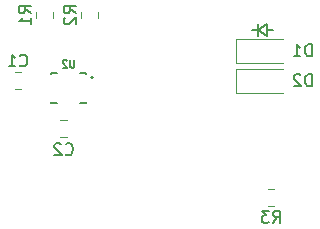
<source format=gbr>
%TF.GenerationSoftware,KiCad,Pcbnew,7.0.10*%
%TF.CreationDate,2024-01-21T01:18:24-08:00*%
%TF.ProjectId,caribou_slime,63617269-626f-4755-9f73-6c696d652e6b,rev?*%
%TF.SameCoordinates,Original*%
%TF.FileFunction,Legend,Bot*%
%TF.FilePolarity,Positive*%
%FSLAX46Y46*%
G04 Gerber Fmt 4.6, Leading zero omitted, Abs format (unit mm)*
G04 Created by KiCad (PCBNEW 7.0.10) date 2024-01-21 01:18:24*
%MOMM*%
%LPD*%
G01*
G04 APERTURE LIST*
%ADD10C,0.150000*%
%ADD11C,0.127000*%
%ADD12C,0.120000*%
G04 APERTURE END LIST*
D10*
X59944000Y-30226000D02*
X59944000Y-30734000D01*
X60706000Y-30226000D02*
X59944000Y-30734000D01*
X60706000Y-30734000D02*
X61214000Y-30734000D01*
X59944000Y-30734000D02*
X60706000Y-31242000D01*
X59944000Y-30734000D02*
X59436000Y-30734000D01*
X60706000Y-31242000D02*
X60706000Y-30226000D01*
X59944000Y-31242000D02*
X59944000Y-30734000D01*
X59944000Y-30734000D02*
X59944000Y-30226000D01*
X44418119Y-33291876D02*
X44418119Y-33809971D01*
X44418119Y-33809971D02*
X44387642Y-33870923D01*
X44387642Y-33870923D02*
X44357166Y-33901400D01*
X44357166Y-33901400D02*
X44296214Y-33931876D01*
X44296214Y-33931876D02*
X44174309Y-33931876D01*
X44174309Y-33931876D02*
X44113357Y-33901400D01*
X44113357Y-33901400D02*
X44082880Y-33870923D01*
X44082880Y-33870923D02*
X44052404Y-33809971D01*
X44052404Y-33809971D02*
X44052404Y-33291876D01*
X43778119Y-33352828D02*
X43747643Y-33322352D01*
X43747643Y-33322352D02*
X43686690Y-33291876D01*
X43686690Y-33291876D02*
X43534309Y-33291876D01*
X43534309Y-33291876D02*
X43473357Y-33322352D01*
X43473357Y-33322352D02*
X43442881Y-33352828D01*
X43442881Y-33352828D02*
X43412404Y-33413780D01*
X43412404Y-33413780D02*
X43412404Y-33474733D01*
X43412404Y-33474733D02*
X43442881Y-33566161D01*
X43442881Y-33566161D02*
X43808595Y-33931876D01*
X43808595Y-33931876D02*
X43412404Y-33931876D01*
X39790666Y-33731580D02*
X39838285Y-33779200D01*
X39838285Y-33779200D02*
X39981142Y-33826819D01*
X39981142Y-33826819D02*
X40076380Y-33826819D01*
X40076380Y-33826819D02*
X40219237Y-33779200D01*
X40219237Y-33779200D02*
X40314475Y-33683961D01*
X40314475Y-33683961D02*
X40362094Y-33588723D01*
X40362094Y-33588723D02*
X40409713Y-33398247D01*
X40409713Y-33398247D02*
X40409713Y-33255390D01*
X40409713Y-33255390D02*
X40362094Y-33064914D01*
X40362094Y-33064914D02*
X40314475Y-32969676D01*
X40314475Y-32969676D02*
X40219237Y-32874438D01*
X40219237Y-32874438D02*
X40076380Y-32826819D01*
X40076380Y-32826819D02*
X39981142Y-32826819D01*
X39981142Y-32826819D02*
X39838285Y-32874438D01*
X39838285Y-32874438D02*
X39790666Y-32922057D01*
X38838285Y-33826819D02*
X39409713Y-33826819D01*
X39123999Y-33826819D02*
X39123999Y-32826819D01*
X39123999Y-32826819D02*
X39219237Y-32969676D01*
X39219237Y-32969676D02*
X39314475Y-33064914D01*
X39314475Y-33064914D02*
X39409713Y-33112533D01*
X64492094Y-32966819D02*
X64492094Y-31966819D01*
X64492094Y-31966819D02*
X64253999Y-31966819D01*
X64253999Y-31966819D02*
X64111142Y-32014438D01*
X64111142Y-32014438D02*
X64015904Y-32109676D01*
X64015904Y-32109676D02*
X63968285Y-32204914D01*
X63968285Y-32204914D02*
X63920666Y-32395390D01*
X63920666Y-32395390D02*
X63920666Y-32538247D01*
X63920666Y-32538247D02*
X63968285Y-32728723D01*
X63968285Y-32728723D02*
X64015904Y-32823961D01*
X64015904Y-32823961D02*
X64111142Y-32919200D01*
X64111142Y-32919200D02*
X64253999Y-32966819D01*
X64253999Y-32966819D02*
X64492094Y-32966819D01*
X62968285Y-32966819D02*
X63539713Y-32966819D01*
X63253999Y-32966819D02*
X63253999Y-31966819D01*
X63253999Y-31966819D02*
X63349237Y-32109676D01*
X63349237Y-32109676D02*
X63444475Y-32204914D01*
X63444475Y-32204914D02*
X63539713Y-32252533D01*
X40713819Y-29318703D02*
X40237628Y-28985370D01*
X40713819Y-28747275D02*
X39713819Y-28747275D01*
X39713819Y-28747275D02*
X39713819Y-29128227D01*
X39713819Y-29128227D02*
X39761438Y-29223465D01*
X39761438Y-29223465D02*
X39809057Y-29271084D01*
X39809057Y-29271084D02*
X39904295Y-29318703D01*
X39904295Y-29318703D02*
X40047152Y-29318703D01*
X40047152Y-29318703D02*
X40142390Y-29271084D01*
X40142390Y-29271084D02*
X40190009Y-29223465D01*
X40190009Y-29223465D02*
X40237628Y-29128227D01*
X40237628Y-29128227D02*
X40237628Y-28747275D01*
X40713819Y-30271084D02*
X40713819Y-29699656D01*
X40713819Y-29985370D02*
X39713819Y-29985370D01*
X39713819Y-29985370D02*
X39856676Y-29890132D01*
X39856676Y-29890132D02*
X39951914Y-29794894D01*
X39951914Y-29794894D02*
X39999533Y-29699656D01*
X44524819Y-29320833D02*
X44048628Y-28987500D01*
X44524819Y-28749405D02*
X43524819Y-28749405D01*
X43524819Y-28749405D02*
X43524819Y-29130357D01*
X43524819Y-29130357D02*
X43572438Y-29225595D01*
X43572438Y-29225595D02*
X43620057Y-29273214D01*
X43620057Y-29273214D02*
X43715295Y-29320833D01*
X43715295Y-29320833D02*
X43858152Y-29320833D01*
X43858152Y-29320833D02*
X43953390Y-29273214D01*
X43953390Y-29273214D02*
X44001009Y-29225595D01*
X44001009Y-29225595D02*
X44048628Y-29130357D01*
X44048628Y-29130357D02*
X44048628Y-28749405D01*
X43620057Y-29701786D02*
X43572438Y-29749405D01*
X43572438Y-29749405D02*
X43524819Y-29844643D01*
X43524819Y-29844643D02*
X43524819Y-30082738D01*
X43524819Y-30082738D02*
X43572438Y-30177976D01*
X43572438Y-30177976D02*
X43620057Y-30225595D01*
X43620057Y-30225595D02*
X43715295Y-30273214D01*
X43715295Y-30273214D02*
X43810533Y-30273214D01*
X43810533Y-30273214D02*
X43953390Y-30225595D01*
X43953390Y-30225595D02*
X44524819Y-29654167D01*
X44524819Y-29654167D02*
X44524819Y-30273214D01*
X64492094Y-35506819D02*
X64492094Y-34506819D01*
X64492094Y-34506819D02*
X64253999Y-34506819D01*
X64253999Y-34506819D02*
X64111142Y-34554438D01*
X64111142Y-34554438D02*
X64015904Y-34649676D01*
X64015904Y-34649676D02*
X63968285Y-34744914D01*
X63968285Y-34744914D02*
X63920666Y-34935390D01*
X63920666Y-34935390D02*
X63920666Y-35078247D01*
X63920666Y-35078247D02*
X63968285Y-35268723D01*
X63968285Y-35268723D02*
X64015904Y-35363961D01*
X64015904Y-35363961D02*
X64111142Y-35459200D01*
X64111142Y-35459200D02*
X64253999Y-35506819D01*
X64253999Y-35506819D02*
X64492094Y-35506819D01*
X63539713Y-34602057D02*
X63492094Y-34554438D01*
X63492094Y-34554438D02*
X63396856Y-34506819D01*
X63396856Y-34506819D02*
X63158761Y-34506819D01*
X63158761Y-34506819D02*
X63063523Y-34554438D01*
X63063523Y-34554438D02*
X63015904Y-34602057D01*
X63015904Y-34602057D02*
X62968285Y-34697295D01*
X62968285Y-34697295D02*
X62968285Y-34792533D01*
X62968285Y-34792533D02*
X63015904Y-34935390D01*
X63015904Y-34935390D02*
X63587332Y-35506819D01*
X63587332Y-35506819D02*
X62968285Y-35506819D01*
X43666666Y-41253580D02*
X43714285Y-41301200D01*
X43714285Y-41301200D02*
X43857142Y-41348819D01*
X43857142Y-41348819D02*
X43952380Y-41348819D01*
X43952380Y-41348819D02*
X44095237Y-41301200D01*
X44095237Y-41301200D02*
X44190475Y-41205961D01*
X44190475Y-41205961D02*
X44238094Y-41110723D01*
X44238094Y-41110723D02*
X44285713Y-40920247D01*
X44285713Y-40920247D02*
X44285713Y-40777390D01*
X44285713Y-40777390D02*
X44238094Y-40586914D01*
X44238094Y-40586914D02*
X44190475Y-40491676D01*
X44190475Y-40491676D02*
X44095237Y-40396438D01*
X44095237Y-40396438D02*
X43952380Y-40348819D01*
X43952380Y-40348819D02*
X43857142Y-40348819D01*
X43857142Y-40348819D02*
X43714285Y-40396438D01*
X43714285Y-40396438D02*
X43666666Y-40444057D01*
X43285713Y-40444057D02*
X43238094Y-40396438D01*
X43238094Y-40396438D02*
X43142856Y-40348819D01*
X43142856Y-40348819D02*
X42904761Y-40348819D01*
X42904761Y-40348819D02*
X42809523Y-40396438D01*
X42809523Y-40396438D02*
X42761904Y-40444057D01*
X42761904Y-40444057D02*
X42714285Y-40539295D01*
X42714285Y-40539295D02*
X42714285Y-40634533D01*
X42714285Y-40634533D02*
X42761904Y-40777390D01*
X42761904Y-40777390D02*
X43333332Y-41348819D01*
X43333332Y-41348819D02*
X42714285Y-41348819D01*
X61230166Y-47062819D02*
X61563499Y-46586628D01*
X61801594Y-47062819D02*
X61801594Y-46062819D01*
X61801594Y-46062819D02*
X61420642Y-46062819D01*
X61420642Y-46062819D02*
X61325404Y-46110438D01*
X61325404Y-46110438D02*
X61277785Y-46158057D01*
X61277785Y-46158057D02*
X61230166Y-46253295D01*
X61230166Y-46253295D02*
X61230166Y-46396152D01*
X61230166Y-46396152D02*
X61277785Y-46491390D01*
X61277785Y-46491390D02*
X61325404Y-46539009D01*
X61325404Y-46539009D02*
X61420642Y-46586628D01*
X61420642Y-46586628D02*
X61801594Y-46586628D01*
X60896832Y-46062819D02*
X60277785Y-46062819D01*
X60277785Y-46062819D02*
X60611118Y-46443771D01*
X60611118Y-46443771D02*
X60468261Y-46443771D01*
X60468261Y-46443771D02*
X60373023Y-46491390D01*
X60373023Y-46491390D02*
X60325404Y-46539009D01*
X60325404Y-46539009D02*
X60277785Y-46634247D01*
X60277785Y-46634247D02*
X60277785Y-46872342D01*
X60277785Y-46872342D02*
X60325404Y-46967580D01*
X60325404Y-46967580D02*
X60373023Y-47015200D01*
X60373023Y-47015200D02*
X60468261Y-47062819D01*
X60468261Y-47062819D02*
X60753975Y-47062819D01*
X60753975Y-47062819D02*
X60849213Y-47015200D01*
X60849213Y-47015200D02*
X60896832Y-46967580D01*
D11*
%TO.C,U2*%
X45422500Y-36925000D02*
X44867500Y-36925000D01*
X45422500Y-36870000D02*
X45422500Y-36925000D01*
X45422500Y-34425000D02*
X45422500Y-34480000D01*
X45422500Y-34425000D02*
X44867500Y-34425000D01*
X42977500Y-36925000D02*
X42422500Y-36925000D01*
X42977500Y-34425000D02*
X42422500Y-34425000D01*
X42422500Y-36870000D02*
X42422500Y-36925000D01*
X42422500Y-34425000D02*
X42422500Y-34480000D01*
D10*
X45997500Y-34775000D02*
G75*
G03*
X45847500Y-34775000I-75000J0D01*
G01*
X45847500Y-34775000D02*
G75*
G03*
X45997500Y-34775000I75000J0D01*
G01*
D12*
%TO.C,C1*%
X39885252Y-35787000D02*
X39362748Y-35787000D01*
X39885252Y-34317000D02*
X39362748Y-34317000D01*
%TO.C,D1*%
X58092000Y-31512000D02*
X62102000Y-31512000D01*
X58092000Y-33512000D02*
X58092000Y-31512000D01*
X58092000Y-33512000D02*
X62102000Y-33512000D01*
%TO.C,R1*%
X42645000Y-29258306D02*
X42645000Y-29712434D01*
X41175000Y-29258306D02*
X41175000Y-29712434D01*
%TO.C,R2*%
X46455000Y-29260436D02*
X46455000Y-29714564D01*
X44985000Y-29260436D02*
X44985000Y-29714564D01*
%TO.C,D2*%
X58092000Y-34052000D02*
X62102000Y-34052000D01*
X58092000Y-36052000D02*
X58092000Y-34052000D01*
X58092000Y-36052000D02*
X62102000Y-36052000D01*
%TO.C,C2*%
X43761252Y-39851000D02*
X43238748Y-39851000D01*
X43761252Y-38381000D02*
X43238748Y-38381000D01*
%TO.C,R3*%
X60836436Y-44223000D02*
X61290564Y-44223000D01*
X60836436Y-45693000D02*
X61290564Y-45693000D01*
%TD*%
M02*

</source>
